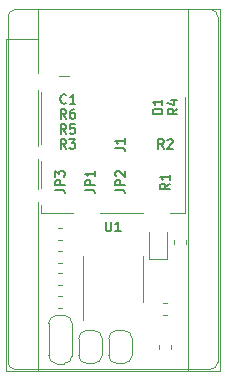
<source format=gbr>
%TF.GenerationSoftware,KiCad,Pcbnew,5.1.6+dfsg1-1~bpo10+1*%
%TF.CreationDate,Date%
%TF.ProjectId,ProMicro_LOG,50726f4d-6963-4726-9f5f-4c4f472e6b69,v1.2*%
%TF.SameCoordinates,Original*%
%TF.FileFunction,Legend,Top*%
%TF.FilePolarity,Positive*%
%FSLAX45Y45*%
G04 Gerber Fmt 4.5, Leading zero omitted, Abs format (unit mm)*
G04 Created by KiCad*
%MOMM*%
%LPD*%
G01*
G04 APERTURE LIST*
%TA.AperFunction,Profile*%
%ADD10C,0.100000*%
%TD*%
%ADD11C,0.120000*%
%ADD12C,0.200000*%
%ADD13R,1.600000X1.600000*%
%ADD14O,1.600000X1.600000*%
%ADD15C,0.150000*%
%ADD16R,1.500000X1.000000*%
%ADD17C,1.600000*%
%ADD18R,1.900000X1.350000*%
%ADD19R,1.200000X1.000000*%
%ADD20R,1.550000X1.350000*%
%ADD21R,1.170000X1.800000*%
%ADD22R,0.850000X1.100000*%
%ADD23R,0.750000X1.100000*%
G04 APERTURE END LIST*
D10*
X-63500Y127000D02*
G75*
G03*
X-127000Y63500I0J-63500D01*
G01*
X1651000Y63500D02*
G75*
G03*
X1587500Y127000I-63500J0D01*
G01*
X1587500Y-2921000D02*
G75*
G03*
X1651000Y-2857500I0J63500D01*
G01*
X-127000Y-2857500D02*
G75*
G03*
X-63500Y-2921000I63500J0D01*
G01*
X-127000Y63500D02*
X-127000Y-2857500D01*
X1587500Y127000D02*
X-63500Y127000D01*
X1651000Y-2857500D02*
X1651000Y63500D01*
X-63500Y-2921000D02*
X1587500Y-2921000D01*
D11*
X301222Y-1727000D02*
X333778Y-1727000D01*
X301222Y-1829000D02*
X333778Y-1829000D01*
X-142000Y-127000D02*
X-142000Y-2936000D01*
X1397000Y127000D02*
X1397000Y-2936000D01*
X127000Y-127000D02*
X-142000Y-127000D01*
X127000Y127000D02*
X127000Y-2936000D01*
X-142000Y-2936000D02*
X1666000Y-2936000D01*
X1666000Y-2936000D02*
X1666000Y127000D01*
X1666000Y127000D02*
X127000Y127000D01*
X1257500Y-2714222D02*
X1257500Y-2746778D01*
X1155500Y-2714222D02*
X1155500Y-2746778D01*
X347500Y-2872000D02*
X287500Y-2872000D01*
X417500Y-2527000D02*
X417500Y-2807000D01*
X287500Y-2462000D02*
X347500Y-2462000D01*
X217500Y-2807000D02*
X217500Y-2527000D01*
X287500Y-2872000D02*
G75*
G02*
X217500Y-2802000I0J70000D01*
G01*
X417500Y-2802000D02*
G75*
G02*
X347500Y-2872000I-70000J0D01*
G01*
X347500Y-2462000D02*
G75*
G02*
X417500Y-2532000I0J-70000D01*
G01*
X217500Y-2532000D02*
G75*
G02*
X287500Y-2462000I70000J0D01*
G01*
X1069500Y-1761500D02*
X1069500Y-1990000D01*
X1069500Y-1990000D02*
X1216500Y-1990000D01*
X1216500Y-1990000D02*
X1216500Y-1761500D01*
X1282500Y-1857778D02*
X1282500Y-1825222D01*
X1384500Y-1857778D02*
X1384500Y-1825222D01*
X301222Y-1917500D02*
X333778Y-1917500D01*
X301222Y-2019500D02*
X333778Y-2019500D01*
X301222Y-2108000D02*
X333778Y-2108000D01*
X301222Y-2210000D02*
X333778Y-2210000D01*
X301222Y-2298500D02*
X333778Y-2298500D01*
X301222Y-2400500D02*
X333778Y-2400500D01*
X1222778Y-2464000D02*
X1190222Y-2464000D01*
X1222778Y-2362000D02*
X1190222Y-2362000D01*
X541500Y-2590500D02*
X601500Y-2590500D01*
X471500Y-2800500D02*
X471500Y-2660500D01*
X601500Y-2870500D02*
X541500Y-2870500D01*
X671500Y-2660500D02*
X671500Y-2800500D01*
X601500Y-2590500D02*
G75*
G02*
X671500Y-2660500I0J-70000D01*
G01*
X471500Y-2660500D02*
G75*
G02*
X541500Y-2590500I70000J0D01*
G01*
X541500Y-2870500D02*
G75*
G02*
X471500Y-2800500I0J70000D01*
G01*
X671500Y-2800500D02*
G75*
G02*
X601500Y-2870500I-70000J0D01*
G01*
X795500Y-2590500D02*
X855500Y-2590500D01*
X725500Y-2800500D02*
X725500Y-2660500D01*
X855500Y-2870500D02*
X795500Y-2870500D01*
X925500Y-2660500D02*
X925500Y-2800500D01*
X855500Y-2590500D02*
G75*
G02*
X925500Y-2660500I0J-70000D01*
G01*
X725500Y-2660500D02*
G75*
G02*
X795500Y-2590500I70000J0D01*
G01*
X795500Y-2870500D02*
G75*
G02*
X725500Y-2800500I0J70000D01*
G01*
X925500Y-2800500D02*
G75*
G02*
X855500Y-2870500I-70000J0D01*
G01*
X1018000Y-2159000D02*
X1018000Y-1964000D01*
X1018000Y-2159000D02*
X1018000Y-2354000D01*
X506000Y-2159000D02*
X506000Y-1964000D01*
X506000Y-2159000D02*
X506000Y-2504000D01*
X303000Y-434000D02*
X389000Y-434000D01*
X1373000Y-1598000D02*
X1373000Y-616000D01*
X1250000Y-1598000D02*
X1373000Y-1598000D01*
X653000Y-1598000D02*
X1020000Y-1598000D01*
X155000Y-1598000D02*
X423000Y-1598000D01*
X155000Y-1526000D02*
X155000Y-1598000D01*
X155000Y-1156000D02*
X155000Y-1386000D01*
X155000Y-571000D02*
X155000Y-1016000D01*
D12*
X367667Y-663571D02*
X363857Y-667381D01*
X352428Y-671190D01*
X344810Y-671190D01*
X333381Y-667381D01*
X325762Y-659762D01*
X321952Y-652143D01*
X318143Y-636905D01*
X318143Y-625476D01*
X321952Y-610238D01*
X325762Y-602619D01*
X333381Y-595000D01*
X344810Y-591190D01*
X352428Y-591190D01*
X363857Y-595000D01*
X367667Y-598810D01*
X443857Y-671190D02*
X398143Y-671190D01*
X421000Y-671190D02*
X421000Y-591190D01*
X413381Y-602619D01*
X405762Y-610238D01*
X398143Y-614048D01*
X1242690Y-1346833D02*
X1204595Y-1373500D01*
X1242690Y-1392548D02*
X1162690Y-1392548D01*
X1162690Y-1362071D01*
X1166500Y-1354452D01*
X1170310Y-1350643D01*
X1177929Y-1346833D01*
X1189357Y-1346833D01*
X1196976Y-1350643D01*
X1200786Y-1354452D01*
X1204595Y-1362071D01*
X1204595Y-1392548D01*
X1242690Y-1270643D02*
X1242690Y-1316357D01*
X1242690Y-1293500D02*
X1162690Y-1293500D01*
X1174119Y-1301119D01*
X1181738Y-1308738D01*
X1185548Y-1316357D01*
X273690Y-1400167D02*
X330833Y-1400167D01*
X342262Y-1403976D01*
X349881Y-1411595D01*
X353690Y-1423024D01*
X353690Y-1430643D01*
X353690Y-1362071D02*
X273690Y-1362071D01*
X273690Y-1331595D01*
X277500Y-1323976D01*
X281310Y-1320167D01*
X288929Y-1316357D01*
X300357Y-1316357D01*
X307976Y-1320167D01*
X311786Y-1323976D01*
X315595Y-1331595D01*
X315595Y-1362071D01*
X273690Y-1289690D02*
X273690Y-1240167D01*
X304167Y-1266833D01*
X304167Y-1255405D01*
X307976Y-1247786D01*
X311786Y-1243976D01*
X319405Y-1240167D01*
X338452Y-1240167D01*
X346071Y-1243976D01*
X349881Y-1247786D01*
X353690Y-1255405D01*
X353690Y-1278262D01*
X349881Y-1285881D01*
X346071Y-1289690D01*
X1179190Y-757548D02*
X1099190Y-757548D01*
X1099190Y-738500D01*
X1103000Y-727071D01*
X1110619Y-719452D01*
X1118238Y-715643D01*
X1133476Y-711833D01*
X1144905Y-711833D01*
X1160143Y-715643D01*
X1167762Y-719452D01*
X1175381Y-727071D01*
X1179190Y-738500D01*
X1179190Y-757548D01*
X1179190Y-635643D02*
X1179190Y-681357D01*
X1179190Y-658500D02*
X1099190Y-658500D01*
X1110619Y-666119D01*
X1118238Y-673738D01*
X1122048Y-681357D01*
X1306190Y-711833D02*
X1268095Y-738500D01*
X1306190Y-757548D02*
X1226190Y-757548D01*
X1226190Y-727071D01*
X1230000Y-719452D01*
X1233810Y-715643D01*
X1241429Y-711833D01*
X1252857Y-711833D01*
X1260476Y-715643D01*
X1264286Y-719452D01*
X1268095Y-727071D01*
X1268095Y-757548D01*
X1252857Y-643262D02*
X1306190Y-643262D01*
X1222381Y-662310D02*
X1279524Y-681357D01*
X1279524Y-631833D01*
X367667Y-798190D02*
X341000Y-760095D01*
X321952Y-798190D02*
X321952Y-718190D01*
X352428Y-718190D01*
X360048Y-722000D01*
X363857Y-725809D01*
X367667Y-733428D01*
X367667Y-744857D01*
X363857Y-752476D01*
X360048Y-756286D01*
X352428Y-760095D01*
X321952Y-760095D01*
X436238Y-718190D02*
X421000Y-718190D01*
X413381Y-722000D01*
X409571Y-725809D01*
X401952Y-737238D01*
X398143Y-752476D01*
X398143Y-782952D01*
X401952Y-790571D01*
X405762Y-794381D01*
X413381Y-798190D01*
X428619Y-798190D01*
X436238Y-794381D01*
X440048Y-790571D01*
X443857Y-782952D01*
X443857Y-763905D01*
X440048Y-756286D01*
X436238Y-752476D01*
X428619Y-748667D01*
X413381Y-748667D01*
X405762Y-752476D01*
X401952Y-756286D01*
X398143Y-763905D01*
X367667Y-925190D02*
X341000Y-887095D01*
X321952Y-925190D02*
X321952Y-845190D01*
X352428Y-845190D01*
X360048Y-849000D01*
X363857Y-852809D01*
X367667Y-860428D01*
X367667Y-871857D01*
X363857Y-879476D01*
X360048Y-883286D01*
X352428Y-887095D01*
X321952Y-887095D01*
X440048Y-845190D02*
X401952Y-845190D01*
X398143Y-883286D01*
X401952Y-879476D01*
X409571Y-875667D01*
X428619Y-875667D01*
X436238Y-879476D01*
X440048Y-883286D01*
X443857Y-890905D01*
X443857Y-909952D01*
X440048Y-917571D01*
X436238Y-921381D01*
X428619Y-925190D01*
X409571Y-925190D01*
X401952Y-921381D01*
X398143Y-917571D01*
X367667Y-1052190D02*
X341000Y-1014095D01*
X321952Y-1052190D02*
X321952Y-972190D01*
X352428Y-972190D01*
X360048Y-976000D01*
X363857Y-979809D01*
X367667Y-987428D01*
X367667Y-998857D01*
X363857Y-1006476D01*
X360048Y-1010286D01*
X352428Y-1014095D01*
X321952Y-1014095D01*
X394333Y-972190D02*
X443857Y-972190D01*
X417190Y-1002667D01*
X428619Y-1002667D01*
X436238Y-1006476D01*
X440048Y-1010286D01*
X443857Y-1017905D01*
X443857Y-1036952D01*
X440048Y-1044571D01*
X436238Y-1048381D01*
X428619Y-1052190D01*
X405762Y-1052190D01*
X398143Y-1048381D01*
X394333Y-1044571D01*
X1193167Y-1052190D02*
X1166500Y-1014095D01*
X1147452Y-1052190D02*
X1147452Y-972190D01*
X1177929Y-972190D01*
X1185548Y-976000D01*
X1189357Y-979809D01*
X1193167Y-987428D01*
X1193167Y-998857D01*
X1189357Y-1006476D01*
X1185548Y-1010286D01*
X1177929Y-1014095D01*
X1147452Y-1014095D01*
X1223643Y-979809D02*
X1227452Y-976000D01*
X1235071Y-972190D01*
X1254119Y-972190D01*
X1261738Y-976000D01*
X1265548Y-979809D01*
X1269357Y-987428D01*
X1269357Y-995048D01*
X1265548Y-1006476D01*
X1219833Y-1052190D01*
X1269357Y-1052190D01*
X527690Y-1400167D02*
X584833Y-1400167D01*
X596262Y-1403976D01*
X603881Y-1411595D01*
X607690Y-1423024D01*
X607690Y-1430643D01*
X607690Y-1362071D02*
X527690Y-1362071D01*
X527690Y-1331595D01*
X531500Y-1323976D01*
X535310Y-1320167D01*
X542929Y-1316357D01*
X554357Y-1316357D01*
X561976Y-1320167D01*
X565786Y-1323976D01*
X569595Y-1331595D01*
X569595Y-1362071D01*
X607690Y-1240167D02*
X607690Y-1285881D01*
X607690Y-1263024D02*
X527690Y-1263024D01*
X539119Y-1270643D01*
X546738Y-1278262D01*
X550548Y-1285881D01*
X781690Y-1400167D02*
X838833Y-1400167D01*
X850262Y-1403976D01*
X857881Y-1411595D01*
X861690Y-1423024D01*
X861690Y-1430643D01*
X861690Y-1362071D02*
X781690Y-1362071D01*
X781690Y-1331595D01*
X785500Y-1323976D01*
X789309Y-1320167D01*
X796928Y-1316357D01*
X808357Y-1316357D01*
X815976Y-1320167D01*
X819786Y-1323976D01*
X823595Y-1331595D01*
X823595Y-1362071D01*
X789309Y-1285881D02*
X785500Y-1282071D01*
X781690Y-1274452D01*
X781690Y-1255405D01*
X785500Y-1247786D01*
X789309Y-1243976D01*
X796928Y-1240167D01*
X804548Y-1240167D01*
X815976Y-1243976D01*
X861690Y-1289690D01*
X861690Y-1240167D01*
X701048Y-1670690D02*
X701048Y-1735452D01*
X704857Y-1743071D01*
X708667Y-1746881D01*
X716286Y-1750690D01*
X731524Y-1750690D01*
X739143Y-1746881D01*
X742952Y-1743071D01*
X746762Y-1735452D01*
X746762Y-1670690D01*
X826762Y-1750690D02*
X781048Y-1750690D01*
X803905Y-1750690D02*
X803905Y-1670690D01*
X796286Y-1682119D01*
X788667Y-1689738D01*
X781048Y-1693548D01*
X781690Y-1042667D02*
X838833Y-1042667D01*
X850262Y-1046476D01*
X857881Y-1054095D01*
X861690Y-1065524D01*
X861690Y-1073143D01*
X861690Y-962667D02*
X861690Y-1008381D01*
X861690Y-985524D02*
X781690Y-985524D01*
X793119Y-993143D01*
X800738Y-1000762D01*
X804548Y-1008381D01*
%LPC*%
G36*
G01*
X352500Y-1803625D02*
X352500Y-1752375D01*
G75*
G02*
X374375Y-1730500I21875J0D01*
G01*
X418125Y-1730500D01*
G75*
G02*
X440000Y-1752375I0J-21875D01*
G01*
X440000Y-1803625D01*
G75*
G02*
X418125Y-1825500I-21875J0D01*
G01*
X374375Y-1825500D01*
G75*
G02*
X352500Y-1803625I0J21875D01*
G01*
G37*
G36*
G01*
X195000Y-1803625D02*
X195000Y-1752375D01*
G75*
G02*
X216875Y-1730500I21875J0D01*
G01*
X260625Y-1730500D01*
G75*
G02*
X282500Y-1752375I0J-21875D01*
G01*
X282500Y-1803625D01*
G75*
G02*
X260625Y-1825500I-21875J0D01*
G01*
X216875Y-1825500D01*
G75*
G02*
X195000Y-1803625I0J21875D01*
G01*
G37*
D13*
X0Y0D03*
D14*
X0Y-254000D03*
X0Y-508000D03*
X1524000Y-2794000D03*
X0Y-762000D03*
X1524000Y-2540000D03*
X0Y-1016000D03*
X1524000Y-2286000D03*
X0Y-1270000D03*
X1524000Y-2032000D03*
X0Y-1524000D03*
X1524000Y-1778000D03*
X0Y-1778000D03*
X1524000Y-1524000D03*
X0Y-2032000D03*
X1524000Y-1270000D03*
X0Y-2286000D03*
X1524000Y-1016000D03*
X0Y-2540000D03*
X1524000Y-762000D03*
X0Y-2794000D03*
X1524000Y-508000D03*
X1524000Y-254000D03*
X1524000Y0D03*
G36*
G01*
X1180875Y-2765500D02*
X1232125Y-2765500D01*
G75*
G02*
X1254000Y-2787375I0J-21875D01*
G01*
X1254000Y-2831125D01*
G75*
G02*
X1232125Y-2853000I-21875J0D01*
G01*
X1180875Y-2853000D01*
G75*
G02*
X1159000Y-2831125I0J21875D01*
G01*
X1159000Y-2787375D01*
G75*
G02*
X1180875Y-2765500I21875J0D01*
G01*
G37*
G36*
G01*
X1180875Y-2608000D02*
X1232125Y-2608000D01*
G75*
G02*
X1254000Y-2629875I0J-21875D01*
G01*
X1254000Y-2673625D01*
G75*
G02*
X1232125Y-2695500I-21875J0D01*
G01*
X1180875Y-2695500D01*
G75*
G02*
X1159000Y-2673625I0J21875D01*
G01*
X1159000Y-2629875D01*
G75*
G02*
X1180875Y-2608000I21875J0D01*
G01*
G37*
D15*
G36*
X392500Y-2742000D02*
G01*
X392500Y-2797000D01*
X392440Y-2797000D01*
X392440Y-2799453D01*
X391959Y-2804336D01*
X391002Y-2809149D01*
X389577Y-2813844D01*
X387699Y-2818378D01*
X385386Y-2822705D01*
X382660Y-2826785D01*
X379548Y-2830578D01*
X376078Y-2834048D01*
X372285Y-2837160D01*
X368205Y-2839886D01*
X363878Y-2842199D01*
X359344Y-2844077D01*
X354649Y-2845502D01*
X349836Y-2846459D01*
X344953Y-2846940D01*
X342500Y-2846940D01*
X342500Y-2847000D01*
X292500Y-2847000D01*
X292500Y-2846940D01*
X290047Y-2846940D01*
X285164Y-2846459D01*
X280351Y-2845502D01*
X275656Y-2844077D01*
X271122Y-2842199D01*
X266795Y-2839886D01*
X262715Y-2837160D01*
X258922Y-2834048D01*
X255452Y-2830578D01*
X252340Y-2826785D01*
X249614Y-2822705D01*
X247300Y-2818378D01*
X245423Y-2813844D01*
X243998Y-2809149D01*
X243041Y-2804336D01*
X242560Y-2799453D01*
X242560Y-2797000D01*
X242500Y-2797000D01*
X242500Y-2742000D01*
X392500Y-2742000D01*
G37*
D16*
X317500Y-2667000D03*
D15*
G36*
X242560Y-2537000D02*
G01*
X242560Y-2534547D01*
X243041Y-2529664D01*
X243998Y-2524851D01*
X245423Y-2520156D01*
X247300Y-2515622D01*
X249614Y-2511295D01*
X252340Y-2507215D01*
X255452Y-2503422D01*
X258922Y-2499952D01*
X262715Y-2496840D01*
X266795Y-2494114D01*
X271122Y-2491801D01*
X275656Y-2489923D01*
X280351Y-2488498D01*
X285164Y-2487541D01*
X290047Y-2487060D01*
X292500Y-2487060D01*
X292500Y-2487000D01*
X342500Y-2487000D01*
X342500Y-2487060D01*
X344953Y-2487060D01*
X349836Y-2487541D01*
X354649Y-2488498D01*
X359344Y-2489923D01*
X363878Y-2491801D01*
X368205Y-2494114D01*
X372285Y-2496840D01*
X376078Y-2499952D01*
X379548Y-2503422D01*
X382660Y-2507215D01*
X385386Y-2511295D01*
X387699Y-2515622D01*
X389577Y-2520156D01*
X391002Y-2524851D01*
X391959Y-2529664D01*
X392440Y-2534547D01*
X392440Y-2537000D01*
X392500Y-2537000D01*
X392500Y-2592000D01*
X242500Y-2592000D01*
X242500Y-2537000D01*
X242560Y-2537000D01*
G37*
G36*
G01*
X1168625Y-1806500D02*
X1117375Y-1806500D01*
G75*
G02*
X1095500Y-1784625I0J21875D01*
G01*
X1095500Y-1740875D01*
G75*
G02*
X1117375Y-1719000I21875J0D01*
G01*
X1168625Y-1719000D01*
G75*
G02*
X1190500Y-1740875I0J-21875D01*
G01*
X1190500Y-1784625D01*
G75*
G02*
X1168625Y-1806500I-21875J0D01*
G01*
G37*
G36*
G01*
X1168625Y-1964000D02*
X1117375Y-1964000D01*
G75*
G02*
X1095500Y-1942125I0J21875D01*
G01*
X1095500Y-1898375D01*
G75*
G02*
X1117375Y-1876500I21875J0D01*
G01*
X1168625Y-1876500D01*
G75*
G02*
X1190500Y-1898375I0J-21875D01*
G01*
X1190500Y-1942125D01*
G75*
G02*
X1168625Y-1964000I-21875J0D01*
G01*
G37*
G36*
G01*
X1359125Y-1806500D02*
X1307875Y-1806500D01*
G75*
G02*
X1286000Y-1784625I0J21875D01*
G01*
X1286000Y-1740875D01*
G75*
G02*
X1307875Y-1719000I21875J0D01*
G01*
X1359125Y-1719000D01*
G75*
G02*
X1381000Y-1740875I0J-21875D01*
G01*
X1381000Y-1784625D01*
G75*
G02*
X1359125Y-1806500I-21875J0D01*
G01*
G37*
G36*
G01*
X1359125Y-1964000D02*
X1307875Y-1964000D01*
G75*
G02*
X1286000Y-1942125I0J21875D01*
G01*
X1286000Y-1898375D01*
G75*
G02*
X1307875Y-1876500I21875J0D01*
G01*
X1359125Y-1876500D01*
G75*
G02*
X1381000Y-1898375I0J-21875D01*
G01*
X1381000Y-1942125D01*
G75*
G02*
X1359125Y-1964000I-21875J0D01*
G01*
G37*
G36*
G01*
X352500Y-1994125D02*
X352500Y-1942875D01*
G75*
G02*
X374375Y-1921000I21875J0D01*
G01*
X418125Y-1921000D01*
G75*
G02*
X440000Y-1942875I0J-21875D01*
G01*
X440000Y-1994125D01*
G75*
G02*
X418125Y-2016000I-21875J0D01*
G01*
X374375Y-2016000D01*
G75*
G02*
X352500Y-1994125I0J21875D01*
G01*
G37*
G36*
G01*
X195000Y-1994125D02*
X195000Y-1942875D01*
G75*
G02*
X216875Y-1921000I21875J0D01*
G01*
X260625Y-1921000D01*
G75*
G02*
X282500Y-1942875I0J-21875D01*
G01*
X282500Y-1994125D01*
G75*
G02*
X260625Y-2016000I-21875J0D01*
G01*
X216875Y-2016000D01*
G75*
G02*
X195000Y-1994125I0J21875D01*
G01*
G37*
G36*
G01*
X352500Y-2184625D02*
X352500Y-2133375D01*
G75*
G02*
X374375Y-2111500I21875J0D01*
G01*
X418125Y-2111500D01*
G75*
G02*
X440000Y-2133375I0J-21875D01*
G01*
X440000Y-2184625D01*
G75*
G02*
X418125Y-2206500I-21875J0D01*
G01*
X374375Y-2206500D01*
G75*
G02*
X352500Y-2184625I0J21875D01*
G01*
G37*
G36*
G01*
X195000Y-2184625D02*
X195000Y-2133375D01*
G75*
G02*
X216875Y-2111500I21875J0D01*
G01*
X260625Y-2111500D01*
G75*
G02*
X282500Y-2133375I0J-21875D01*
G01*
X282500Y-2184625D01*
G75*
G02*
X260625Y-2206500I-21875J0D01*
G01*
X216875Y-2206500D01*
G75*
G02*
X195000Y-2184625I0J21875D01*
G01*
G37*
G36*
G01*
X352500Y-2375125D02*
X352500Y-2323875D01*
G75*
G02*
X374375Y-2302000I21875J0D01*
G01*
X418125Y-2302000D01*
G75*
G02*
X440000Y-2323875I0J-21875D01*
G01*
X440000Y-2375125D01*
G75*
G02*
X418125Y-2397000I-21875J0D01*
G01*
X374375Y-2397000D01*
G75*
G02*
X352500Y-2375125I0J21875D01*
G01*
G37*
G36*
G01*
X195000Y-2375125D02*
X195000Y-2323875D01*
G75*
G02*
X216875Y-2302000I21875J0D01*
G01*
X260625Y-2302000D01*
G75*
G02*
X282500Y-2323875I0J-21875D01*
G01*
X282500Y-2375125D01*
G75*
G02*
X260625Y-2397000I-21875J0D01*
G01*
X216875Y-2397000D01*
G75*
G02*
X195000Y-2375125I0J21875D01*
G01*
G37*
G36*
G01*
X1171500Y-2387375D02*
X1171500Y-2438625D01*
G75*
G02*
X1149625Y-2460500I-21875J0D01*
G01*
X1105875Y-2460500D01*
G75*
G02*
X1084000Y-2438625I0J21875D01*
G01*
X1084000Y-2387375D01*
G75*
G02*
X1105875Y-2365500I21875J0D01*
G01*
X1149625Y-2365500D01*
G75*
G02*
X1171500Y-2387375I0J-21875D01*
G01*
G37*
G36*
G01*
X1329000Y-2387375D02*
X1329000Y-2438625D01*
G75*
G02*
X1307125Y-2460500I-21875J0D01*
G01*
X1263375Y-2460500D01*
G75*
G02*
X1241500Y-2438625I0J21875D01*
G01*
X1241500Y-2387375D01*
G75*
G02*
X1263375Y-2365500I21875J0D01*
G01*
X1307125Y-2365500D01*
G75*
G02*
X1329000Y-2387375I0J-21875D01*
G01*
G37*
G36*
X646440Y-2795500D02*
G01*
X646440Y-2797953D01*
X645959Y-2802836D01*
X645002Y-2807649D01*
X643577Y-2812344D01*
X641700Y-2816878D01*
X639386Y-2821205D01*
X636660Y-2825285D01*
X633548Y-2829078D01*
X630078Y-2832548D01*
X626285Y-2835660D01*
X622205Y-2838386D01*
X617878Y-2840699D01*
X613345Y-2842577D01*
X608649Y-2844002D01*
X603837Y-2844959D01*
X598953Y-2845440D01*
X596500Y-2845440D01*
X596500Y-2845500D01*
X546500Y-2845500D01*
X546500Y-2845440D01*
X544047Y-2845440D01*
X539164Y-2844959D01*
X534351Y-2844002D01*
X529656Y-2842577D01*
X525122Y-2840699D01*
X520795Y-2838386D01*
X516715Y-2835660D01*
X512922Y-2832548D01*
X509452Y-2829078D01*
X506340Y-2825285D01*
X503614Y-2821205D01*
X501300Y-2816878D01*
X499423Y-2812344D01*
X497998Y-2807649D01*
X497041Y-2802836D01*
X496560Y-2797953D01*
X496560Y-2795500D01*
X496500Y-2795500D01*
X496500Y-2745500D01*
X646500Y-2745500D01*
X646500Y-2795500D01*
X646440Y-2795500D01*
G37*
G36*
X496500Y-2715500D02*
G01*
X496500Y-2665500D01*
X496560Y-2665500D01*
X496560Y-2663047D01*
X497041Y-2658164D01*
X497998Y-2653351D01*
X499423Y-2648656D01*
X501300Y-2644122D01*
X503614Y-2639795D01*
X506340Y-2635715D01*
X509452Y-2631922D01*
X512922Y-2628452D01*
X516715Y-2625340D01*
X520795Y-2622614D01*
X525122Y-2620301D01*
X529656Y-2618423D01*
X534351Y-2616998D01*
X539164Y-2616041D01*
X544047Y-2615560D01*
X546500Y-2615560D01*
X546500Y-2615500D01*
X596500Y-2615500D01*
X596500Y-2615560D01*
X598953Y-2615560D01*
X603837Y-2616041D01*
X608649Y-2616998D01*
X613345Y-2618423D01*
X617878Y-2620301D01*
X622205Y-2622614D01*
X626285Y-2625340D01*
X630078Y-2628452D01*
X633548Y-2631922D01*
X636660Y-2635715D01*
X639386Y-2639795D01*
X641700Y-2644122D01*
X643577Y-2648656D01*
X645002Y-2653351D01*
X645959Y-2658164D01*
X646440Y-2663047D01*
X646440Y-2665500D01*
X646500Y-2665500D01*
X646500Y-2715500D01*
X496500Y-2715500D01*
G37*
G36*
X900440Y-2795500D02*
G01*
X900440Y-2797953D01*
X899959Y-2802836D01*
X899002Y-2807649D01*
X897577Y-2812344D01*
X895699Y-2816878D01*
X893386Y-2821205D01*
X890660Y-2825285D01*
X887548Y-2829078D01*
X884078Y-2832548D01*
X880285Y-2835660D01*
X876205Y-2838386D01*
X871878Y-2840699D01*
X867344Y-2842577D01*
X862649Y-2844002D01*
X857836Y-2844959D01*
X852953Y-2845440D01*
X850500Y-2845440D01*
X850500Y-2845500D01*
X800500Y-2845500D01*
X800500Y-2845440D01*
X798047Y-2845440D01*
X793163Y-2844959D01*
X788351Y-2844002D01*
X783655Y-2842577D01*
X779122Y-2840699D01*
X774795Y-2838386D01*
X770715Y-2835660D01*
X766922Y-2832548D01*
X763452Y-2829078D01*
X760340Y-2825285D01*
X757614Y-2821205D01*
X755300Y-2816878D01*
X753423Y-2812344D01*
X751998Y-2807649D01*
X751041Y-2802836D01*
X750560Y-2797953D01*
X750560Y-2795500D01*
X750500Y-2795500D01*
X750500Y-2745500D01*
X900500Y-2745500D01*
X900500Y-2795500D01*
X900440Y-2795500D01*
G37*
G36*
X750500Y-2715500D02*
G01*
X750500Y-2665500D01*
X750560Y-2665500D01*
X750560Y-2663047D01*
X751041Y-2658164D01*
X751998Y-2653351D01*
X753423Y-2648656D01*
X755300Y-2644122D01*
X757614Y-2639795D01*
X760340Y-2635715D01*
X763452Y-2631922D01*
X766922Y-2628452D01*
X770715Y-2625340D01*
X774795Y-2622614D01*
X779122Y-2620301D01*
X783655Y-2618423D01*
X788351Y-2616998D01*
X793163Y-2616041D01*
X798047Y-2615560D01*
X800500Y-2615560D01*
X800500Y-2615500D01*
X850500Y-2615500D01*
X850500Y-2615560D01*
X852953Y-2615560D01*
X857836Y-2616041D01*
X862649Y-2616998D01*
X867344Y-2618423D01*
X871878Y-2620301D01*
X876205Y-2622614D01*
X880285Y-2625340D01*
X884078Y-2628452D01*
X887548Y-2631922D01*
X890660Y-2635715D01*
X893386Y-2639795D01*
X895699Y-2644122D01*
X897577Y-2648656D01*
X899002Y-2653351D01*
X899959Y-2658164D01*
X900440Y-2663047D01*
X900440Y-2665500D01*
X900500Y-2665500D01*
X900500Y-2715500D01*
X750500Y-2715500D01*
G37*
G36*
G01*
X586500Y-2009000D02*
X556500Y-2009000D01*
G75*
G02*
X541500Y-1994000I0J15000D01*
G01*
X541500Y-1829000D01*
G75*
G02*
X556500Y-1814000I15000J0D01*
G01*
X586500Y-1814000D01*
G75*
G02*
X601500Y-1829000I0J-15000D01*
G01*
X601500Y-1994000D01*
G75*
G02*
X586500Y-2009000I-15000J0D01*
G01*
G37*
G36*
G01*
X713500Y-2009000D02*
X683500Y-2009000D01*
G75*
G02*
X668500Y-1994000I0J15000D01*
G01*
X668500Y-1829000D01*
G75*
G02*
X683500Y-1814000I15000J0D01*
G01*
X713500Y-1814000D01*
G75*
G02*
X728500Y-1829000I0J-15000D01*
G01*
X728500Y-1994000D01*
G75*
G02*
X713500Y-2009000I-15000J0D01*
G01*
G37*
G36*
G01*
X840500Y-2009000D02*
X810500Y-2009000D01*
G75*
G02*
X795500Y-1994000I0J15000D01*
G01*
X795500Y-1829000D01*
G75*
G02*
X810500Y-1814000I15000J0D01*
G01*
X840500Y-1814000D01*
G75*
G02*
X855500Y-1829000I0J-15000D01*
G01*
X855500Y-1994000D01*
G75*
G02*
X840500Y-2009000I-15000J0D01*
G01*
G37*
G36*
G01*
X967500Y-2009000D02*
X937500Y-2009000D01*
G75*
G02*
X922500Y-1994000I0J15000D01*
G01*
X922500Y-1829000D01*
G75*
G02*
X937500Y-1814000I15000J0D01*
G01*
X967500Y-1814000D01*
G75*
G02*
X982500Y-1829000I0J-15000D01*
G01*
X982500Y-1994000D01*
G75*
G02*
X967500Y-2009000I-15000J0D01*
G01*
G37*
G36*
G01*
X967500Y-2504000D02*
X937500Y-2504000D01*
G75*
G02*
X922500Y-2489000I0J15000D01*
G01*
X922500Y-2324000D01*
G75*
G02*
X937500Y-2309000I15000J0D01*
G01*
X967500Y-2309000D01*
G75*
G02*
X982500Y-2324000I0J-15000D01*
G01*
X982500Y-2489000D01*
G75*
G02*
X967500Y-2504000I-15000J0D01*
G01*
G37*
G36*
G01*
X840500Y-2504000D02*
X810500Y-2504000D01*
G75*
G02*
X795500Y-2489000I0J15000D01*
G01*
X795500Y-2324000D01*
G75*
G02*
X810500Y-2309000I15000J0D01*
G01*
X840500Y-2309000D01*
G75*
G02*
X855500Y-2324000I0J-15000D01*
G01*
X855500Y-2489000D01*
G75*
G02*
X840500Y-2504000I-15000J0D01*
G01*
G37*
G36*
G01*
X713500Y-2504000D02*
X683500Y-2504000D01*
G75*
G02*
X668500Y-2489000I0J15000D01*
G01*
X668500Y-2324000D01*
G75*
G02*
X683500Y-2309000I15000J0D01*
G01*
X713500Y-2309000D01*
G75*
G02*
X728500Y-2324000I0J-15000D01*
G01*
X728500Y-2489000D01*
G75*
G02*
X713500Y-2504000I-15000J0D01*
G01*
G37*
G36*
G01*
X586500Y-2504000D02*
X556500Y-2504000D01*
G75*
G02*
X541500Y-2489000I0J15000D01*
G01*
X541500Y-2324000D01*
G75*
G02*
X556500Y-2309000I15000J0D01*
G01*
X586500Y-2309000D01*
G75*
G02*
X601500Y-2324000I0J-15000D01*
G01*
X601500Y-2489000D01*
G75*
G02*
X586500Y-2504000I-15000J0D01*
G01*
G37*
D17*
X1270000Y-2159000D03*
D18*
X1135000Y-1553500D03*
X538000Y-1553500D03*
D19*
X188000Y-1086000D03*
X188000Y-1456000D03*
D20*
X205500Y-483500D03*
D21*
X1337500Y-506000D03*
D22*
X1111500Y-471000D03*
X1001500Y-471000D03*
X891500Y-471000D03*
X781500Y-471000D03*
X671500Y-471000D03*
X561500Y-471000D03*
D23*
X1216500Y-471000D03*
D22*
X451500Y-471000D03*
M02*

</source>
